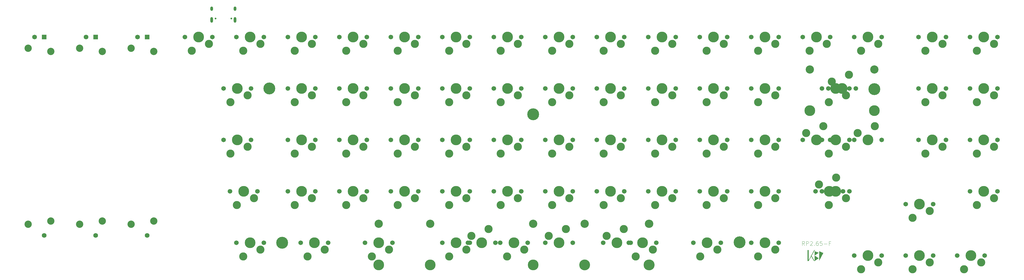
<source format=gts>
G04 #@! TF.GenerationSoftware,KiCad,Pcbnew,6.0.2*
G04 #@! TF.CreationDate,2022-03-08T20:49:10-05:00*
G04 #@! TF.ProjectId,TbKB,54624b42-2e6b-4696-9361-645f70636258,0.0*
G04 #@! TF.SameCoordinates,Original*
G04 #@! TF.FileFunction,Soldermask,Top*
G04 #@! TF.FilePolarity,Negative*
%FSLAX46Y46*%
G04 Gerber Fmt 4.6, Leading zero omitted, Abs format (unit mm)*
G04 Created by KiCad (PCBNEW 6.0.2) date 2022-03-08 20:49:10*
%MOMM*%
%LPD*%
G01*
G04 APERTURE LIST*
%ADD10C,0.110000*%
%ADD11O,1.000000X1.600000*%
%ADD12O,1.000000X2.100000*%
%ADD13C,0.650000*%
%ADD14C,3.987800*%
%ADD15C,3.000000*%
%ADD16C,1.701800*%
%ADD17R,1.750000X1.750000*%
%ADD18C,1.750000*%
%ADD19C,2.700000*%
%ADD20C,3.048000*%
%ADD21C,3.050000*%
%ADD22C,4.000000*%
%ADD23C,0.700000*%
%ADD24C,4.400000*%
G04 APERTURE END LIST*
D10*
X319492857Y-111228571D02*
X318992857Y-110514285D01*
X318635714Y-111228571D02*
X318635714Y-109728571D01*
X319207142Y-109728571D01*
X319350000Y-109800000D01*
X319421428Y-109871428D01*
X319492857Y-110014285D01*
X319492857Y-110228571D01*
X319421428Y-110371428D01*
X319350000Y-110442857D01*
X319207142Y-110514285D01*
X318635714Y-110514285D01*
X320135714Y-111228571D02*
X320135714Y-109728571D01*
X320707142Y-109728571D01*
X320850000Y-109800000D01*
X320921428Y-109871428D01*
X320992857Y-110014285D01*
X320992857Y-110228571D01*
X320921428Y-110371428D01*
X320850000Y-110442857D01*
X320707142Y-110514285D01*
X320135714Y-110514285D01*
X321564285Y-109871428D02*
X321635714Y-109800000D01*
X321778571Y-109728571D01*
X322135714Y-109728571D01*
X322278571Y-109800000D01*
X322350000Y-109871428D01*
X322421428Y-110014285D01*
X322421428Y-110157142D01*
X322350000Y-110371428D01*
X321492857Y-111228571D01*
X322421428Y-111228571D01*
X323064285Y-111085714D02*
X323135714Y-111157142D01*
X323064285Y-111228571D01*
X322992857Y-111157142D01*
X323064285Y-111085714D01*
X323064285Y-111228571D01*
X324421428Y-109728571D02*
X324135714Y-109728571D01*
X323992857Y-109800000D01*
X323921428Y-109871428D01*
X323778571Y-110085714D01*
X323707142Y-110371428D01*
X323707142Y-110942857D01*
X323778571Y-111085714D01*
X323850000Y-111157142D01*
X323992857Y-111228571D01*
X324278571Y-111228571D01*
X324421428Y-111157142D01*
X324492857Y-111085714D01*
X324564285Y-110942857D01*
X324564285Y-110585714D01*
X324492857Y-110442857D01*
X324421428Y-110371428D01*
X324278571Y-110300000D01*
X323992857Y-110300000D01*
X323850000Y-110371428D01*
X323778571Y-110442857D01*
X323707142Y-110585714D01*
X325921428Y-109728571D02*
X325207142Y-109728571D01*
X325135714Y-110442857D01*
X325207142Y-110371428D01*
X325350000Y-110300000D01*
X325707142Y-110300000D01*
X325850000Y-110371428D01*
X325921428Y-110442857D01*
X325992857Y-110585714D01*
X325992857Y-110942857D01*
X325921428Y-111085714D01*
X325850000Y-111157142D01*
X325707142Y-111228571D01*
X325350000Y-111228571D01*
X325207142Y-111157142D01*
X325135714Y-111085714D01*
X326635714Y-110657142D02*
X327778571Y-110657142D01*
X328992857Y-110442857D02*
X328492857Y-110442857D01*
X328492857Y-111228571D02*
X328492857Y-109728571D01*
X329207142Y-109728571D01*
G04 #@! TO.C, *
G36*
X321010000Y-117000000D02*
G01*
X320810000Y-117000000D01*
X323020000Y-113000000D01*
X323280000Y-113000000D01*
X321010000Y-117000000D01*
G37*
G36*
X326440000Y-114090000D02*
G01*
X324875000Y-116910000D01*
X324875000Y-113400000D01*
X326440000Y-114090000D01*
G37*
G36*
X323225000Y-117000000D02*
G01*
X322975000Y-117000000D01*
X321725000Y-115000000D01*
X321975000Y-115000000D01*
X323225000Y-117000000D01*
G37*
G36*
X320975000Y-117000000D02*
G01*
X320570000Y-117000000D01*
X320570000Y-113000000D01*
X320975000Y-113000000D01*
X320975000Y-117000000D01*
G37*
G36*
X324725000Y-114000000D02*
G01*
X323225000Y-115000000D01*
X324725000Y-116000000D01*
X323225000Y-117000000D01*
X323225000Y-113400000D01*
X324725000Y-114000000D01*
G37*
G04 #@! TD*
D11*
G04 #@! TO.C,X1*
X108770000Y-23550000D03*
D12*
X108770000Y-27730000D03*
X100130000Y-27730000D03*
D11*
X100130000Y-23550000D03*
D13*
X101560000Y-27200000D03*
X107340000Y-27200000D03*
G04 #@! TD*
D14*
G04 #@! TO.C,K_47*
X111918750Y-91187500D03*
D15*
X115728750Y-93727500D03*
X109378750Y-96267500D03*
D16*
X116998750Y-91187500D03*
X106838750Y-91187500D03*
G04 #@! TD*
D15*
G04 #@! TO.C,K_57*
X302260000Y-96267500D03*
D16*
X309880000Y-91187500D03*
D15*
X308610000Y-93727500D03*
D14*
X304800000Y-91187500D03*
D16*
X299720000Y-91187500D03*
G04 #@! TD*
D15*
G04 #@! TO.C,K_4*
X168910000Y-39117500D03*
D14*
X171450000Y-34037500D03*
D16*
X166370000Y-34037500D03*
X176530000Y-34037500D03*
D15*
X175260000Y-36577500D03*
G04 #@! TD*
D16*
G04 #@! TO.C,K_12*
X318770000Y-34037500D03*
D15*
X327660000Y-36577500D03*
D16*
X328930000Y-34037500D03*
D15*
X321310000Y-39117500D03*
D14*
X323850000Y-34037500D03*
G04 #@! TD*
D16*
G04 #@! TO.C,K_39*
X271780000Y-72137500D03*
D15*
X264160000Y-77217500D03*
D14*
X266700000Y-72137500D03*
D15*
X270510000Y-74677500D03*
D16*
X261620000Y-72137500D03*
G04 #@! TD*
D15*
G04 #@! TO.C,K_55*
X270510000Y-93727500D03*
D16*
X261620000Y-91187500D03*
D15*
X264160000Y-96267500D03*
D16*
X271780000Y-91187500D03*
D14*
X266700000Y-91187500D03*
G04 #@! TD*
D16*
G04 #@! TO.C,K_5*
X195580000Y-34037500D03*
X185420000Y-34037500D03*
D15*
X187960000Y-39117500D03*
X194310000Y-36577500D03*
D14*
X190500000Y-34037500D03*
G04 #@! TD*
D16*
G04 #@! TO.C,K_16*
X104457500Y-53087500D03*
D15*
X106997500Y-58167500D03*
D14*
X109537500Y-53087500D03*
D15*
X113347500Y-55627500D03*
D16*
X114617500Y-53087500D03*
G04 #@! TD*
D15*
G04 #@! TO.C,K_26*
X302260000Y-58167500D03*
D16*
X299720000Y-53087500D03*
X309880000Y-53087500D03*
D14*
X304800000Y-53087500D03*
D15*
X308610000Y-55627500D03*
G04 #@! TD*
G04 #@! TO.C,K_63*
X141922500Y-112777500D03*
D16*
X133032500Y-110237500D03*
X143192500Y-110237500D03*
D14*
X138112500Y-110237500D03*
D15*
X135572500Y-115317500D03*
G04 #@! TD*
D16*
G04 #@! TO.C,K_66*
X244951250Y-110237500D03*
D14*
X250031250Y-110237500D03*
D15*
X246221250Y-107697500D03*
X252571250Y-105157500D03*
D16*
X255111250Y-110237500D03*
G04 #@! TD*
G04 #@! TO.C,K_28*
X338455000Y-53087500D03*
D15*
X335915000Y-48007500D03*
X329565000Y-50547500D03*
D16*
X328295000Y-53087500D03*
D14*
X333375000Y-53087500D03*
G04 #@! TD*
D16*
G04 #@! TO.C,K_8*
X242570000Y-34037500D03*
X252730000Y-34037500D03*
D15*
X251460000Y-36577500D03*
D14*
X247650000Y-34037500D03*
D15*
X245110000Y-39117500D03*
G04 #@! TD*
D16*
G04 #@! TO.C,K_64*
X167005000Y-110237500D03*
X156845000Y-110237500D03*
D14*
X161925000Y-110237500D03*
D15*
X159385000Y-115317500D03*
X165735000Y-112777500D03*
G04 #@! TD*
D16*
G04 #@! TO.C,K_59*
X325913750Y-91187500D03*
D15*
X334803750Y-93727500D03*
X328453750Y-96267500D03*
D14*
X330993750Y-91187500D03*
D16*
X336073750Y-91187500D03*
G04 #@! TD*
D14*
G04 #@! TO.C,K_65*
X228600000Y-110237500D03*
D16*
X233680000Y-110237500D03*
X223520000Y-110237500D03*
D15*
X231140000Y-105157500D03*
X224790000Y-107697500D03*
G04 #@! TD*
D14*
G04 #@! TO.C,K_10*
X285750000Y-34037500D03*
D15*
X283210000Y-39117500D03*
X289560000Y-36577500D03*
D16*
X280670000Y-34037500D03*
X290830000Y-34037500D03*
G04 #@! TD*
G04 #@! TO.C,K_20*
X185420000Y-53087500D03*
D15*
X187960000Y-58167500D03*
D14*
X190500000Y-53087500D03*
D15*
X194310000Y-55627500D03*
D16*
X195580000Y-53087500D03*
G04 #@! TD*
D15*
G04 #@! TO.C,K_38*
X245110000Y-77217500D03*
D14*
X247650000Y-72137500D03*
D15*
X251460000Y-74677500D03*
D16*
X252730000Y-72137500D03*
X242570000Y-72137500D03*
G04 #@! TD*
D15*
G04 #@! TO.C,K_24*
X270510000Y-55627500D03*
D14*
X266700000Y-53087500D03*
D16*
X261620000Y-53087500D03*
D15*
X264160000Y-58167500D03*
D16*
X271780000Y-53087500D03*
G04 #@! TD*
D15*
G04 #@! TO.C,K_69*
X308610000Y-112777500D03*
D14*
X304800000Y-110237500D03*
D16*
X299720000Y-110237500D03*
D15*
X302260000Y-115317500D03*
D16*
X309880000Y-110237500D03*
G04 #@! TD*
G04 #@! TO.C,K_27*
X325913750Y-53087500D03*
D14*
X330993750Y-53087500D03*
D15*
X334803750Y-55627500D03*
D16*
X336073750Y-53087500D03*
D15*
X328453750Y-58167500D03*
G04 #@! TD*
D14*
G04 #@! TO.C,K_1*
X114300000Y-34037500D03*
D16*
X119380000Y-34037500D03*
X109220000Y-34037500D03*
D15*
X111760000Y-39117500D03*
X118110000Y-36577500D03*
G04 #@! TD*
G04 #@! TO.C,K_53*
X232410000Y-93727500D03*
D16*
X233680000Y-91187500D03*
X223520000Y-91187500D03*
D14*
X228600000Y-91187500D03*
D15*
X226060000Y-96267500D03*
G04 #@! TD*
D17*
G04 #@! TO.C,RV1*
X76200000Y-34037500D03*
D18*
X72700000Y-34037500D03*
X76200000Y-107537500D03*
D19*
X70250000Y-103387500D03*
X78650000Y-102187500D03*
X70250000Y-38187500D03*
X78650000Y-39387500D03*
G04 #@! TD*
D15*
G04 #@! TO.C,K_space1*
X209391250Y-115317500D03*
D16*
X206851250Y-110237500D03*
D15*
X215741250Y-112777500D03*
D16*
X217011250Y-110237500D03*
D14*
X211931250Y-110237500D03*
G04 #@! TD*
D16*
G04 #@! TO.C,K_51*
X195580000Y-91187500D03*
D15*
X194310000Y-93727500D03*
D14*
X190500000Y-91187500D03*
D15*
X187960000Y-96267500D03*
D16*
X185420000Y-91187500D03*
G04 #@! TD*
G04 #@! TO.C,K_49*
X157480000Y-91187500D03*
X147320000Y-91187500D03*
D14*
X152400000Y-91187500D03*
D15*
X156210000Y-93727500D03*
X149860000Y-96267500D03*
G04 #@! TD*
D14*
G04 #@! TO.C,K_19*
X171450000Y-53087500D03*
D15*
X168910000Y-58167500D03*
D16*
X166370000Y-53087500D03*
D15*
X175260000Y-55627500D03*
D16*
X176530000Y-53087500D03*
G04 #@! TD*
D20*
G04 #@! TO.C,2U_STAB*
X321437000Y-46102500D03*
D14*
X345313000Y-61312500D03*
X321437000Y-61312500D03*
D20*
X345313000Y-46102500D03*
G04 #@! TD*
D16*
G04 #@! TO.C,K_43*
X336073750Y-72137500D03*
D14*
X330993750Y-72137500D03*
D15*
X328453750Y-77217500D03*
D16*
X325913750Y-72137500D03*
D15*
X334803750Y-74677500D03*
G04 #@! TD*
D21*
G04 #@! TO.C,U41*
X238093250Y-103237500D03*
D22*
X261969250Y-118477500D03*
X238093250Y-118477500D03*
D21*
X261969250Y-103237500D03*
G04 #@! TD*
D14*
G04 #@! TO.C,K_17*
X133350000Y-53087500D03*
D16*
X138430000Y-53087500D03*
D15*
X137160000Y-55627500D03*
X130810000Y-58167500D03*
D16*
X128270000Y-53087500D03*
G04 #@! TD*
G04 #@! TO.C,K_0*
X90170000Y-34037500D03*
X100330000Y-34037500D03*
D15*
X99060000Y-36577500D03*
X92710000Y-39117500D03*
D14*
X95250000Y-34037500D03*
G04 #@! TD*
D15*
G04 #@! TO.C,K_52*
X207010000Y-96267500D03*
D16*
X214630000Y-91187500D03*
D14*
X209550000Y-91187500D03*
D15*
X213360000Y-93727500D03*
D16*
X204470000Y-91187500D03*
G04 #@! TD*
G04 #@! TO.C,K_33*
X157480000Y-72137500D03*
D15*
X149860000Y-77217500D03*
D16*
X147320000Y-72137500D03*
D14*
X152400000Y-72137500D03*
D15*
X156210000Y-74677500D03*
G04 #@! TD*
G04 #@! TO.C,K_space1*
X194310000Y-112777500D03*
D16*
X185420000Y-110237500D03*
D15*
X187960000Y-115317500D03*
D14*
X190500000Y-110237500D03*
D16*
X195580000Y-110237500D03*
G04 #@! TD*
D17*
G04 #@! TO.C,RV2*
X57150000Y-34037500D03*
D18*
X53650000Y-34037500D03*
X57150000Y-107537500D03*
D19*
X59600000Y-102187500D03*
X51200000Y-38187500D03*
X51200000Y-103387500D03*
X59600000Y-39387500D03*
G04 #@! TD*
D16*
G04 #@! TO.C,K_45*
X371792500Y-72137500D03*
D14*
X366712500Y-72137500D03*
D15*
X364172500Y-77217500D03*
X370522500Y-74677500D03*
D16*
X361632500Y-72137500D03*
G04 #@! TD*
G04 #@! TO.C,K_62*
X109220000Y-110237500D03*
D15*
X118110000Y-112777500D03*
X111760000Y-115317500D03*
D16*
X119380000Y-110237500D03*
D14*
X114300000Y-110237500D03*
G04 #@! TD*
G04 #@! TO.C,K_21*
X209550000Y-53087500D03*
D15*
X213360000Y-55627500D03*
D16*
X214630000Y-53087500D03*
X204470000Y-53087500D03*
D15*
X207010000Y-58167500D03*
G04 #@! TD*
D16*
G04 #@! TO.C,K_7*
X233680000Y-34037500D03*
D14*
X228600000Y-34037500D03*
D16*
X223520000Y-34037500D03*
D15*
X232410000Y-36577500D03*
X226060000Y-39117500D03*
G04 #@! TD*
D14*
G04 #@! TO.C,K_22*
X228600000Y-53087500D03*
D15*
X232410000Y-55627500D03*
D16*
X223520000Y-53087500D03*
D15*
X226060000Y-58167500D03*
D16*
X233680000Y-53087500D03*
G04 #@! TD*
D15*
G04 #@! TO.C,K_3*
X156210000Y-36577500D03*
D16*
X147320000Y-34037500D03*
X157480000Y-34037500D03*
D14*
X152400000Y-34037500D03*
D15*
X149860000Y-39117500D03*
G04 #@! TD*
D16*
G04 #@! TO.C,K_48*
X128270000Y-91187500D03*
D15*
X130810000Y-96267500D03*
D16*
X138430000Y-91187500D03*
D15*
X137160000Y-93727500D03*
D14*
X133350000Y-91187500D03*
G04 #@! TD*
G04 #@! TO.C,K_34*
X171450000Y-72137500D03*
D16*
X166370000Y-72137500D03*
D15*
X175260000Y-74677500D03*
D16*
X176530000Y-72137500D03*
D15*
X168910000Y-77217500D03*
G04 #@! TD*
D14*
G04 #@! TO.C,K_11*
X304800000Y-34037500D03*
D16*
X299720000Y-34037500D03*
D15*
X302260000Y-39117500D03*
D16*
X309880000Y-34037500D03*
D15*
X308610000Y-36577500D03*
G04 #@! TD*
D16*
G04 #@! TO.C,K_54*
X242570000Y-91187500D03*
D14*
X247650000Y-91187500D03*
D15*
X251460000Y-93727500D03*
X245110000Y-96267500D03*
D16*
X252730000Y-91187500D03*
G04 #@! TD*
D15*
G04 #@! TO.C,K_71*
X359410000Y-120080000D03*
X365760000Y-117540000D03*
D14*
X361950000Y-115000000D03*
D16*
X356870000Y-115000000D03*
X367030000Y-115000000D03*
G04 #@! TD*
G04 #@! TO.C,K_31*
X104457500Y-72137500D03*
D15*
X113347500Y-74677500D03*
D16*
X114617500Y-72137500D03*
D14*
X109537500Y-72137500D03*
D15*
X106997500Y-77217500D03*
G04 #@! TD*
G04 #@! TO.C,K_58*
X324802500Y-88647500D03*
D14*
X328612500Y-91187500D03*
D15*
X331152500Y-86107500D03*
D16*
X323532500Y-91187500D03*
X333692500Y-91187500D03*
G04 #@! TD*
D14*
G04 #@! TO.C,K_35*
X190500000Y-72137500D03*
D16*
X185420000Y-72137500D03*
D15*
X194310000Y-74677500D03*
D16*
X195580000Y-72137500D03*
D15*
X187960000Y-77217500D03*
G04 #@! TD*
G04 #@! TO.C,K_15*
X383222500Y-39117500D03*
X389572500Y-36577500D03*
D14*
X385762500Y-34037500D03*
D16*
X390842500Y-34037500D03*
X380682500Y-34037500D03*
G04 #@! TD*
D15*
G04 #@! TO.C,K_18*
X156210000Y-55627500D03*
D14*
X152400000Y-53087500D03*
D16*
X147320000Y-53087500D03*
D15*
X149860000Y-58167500D03*
D16*
X157480000Y-53087500D03*
G04 #@! TD*
G04 #@! TO.C,K_61*
X367030000Y-95950000D03*
D15*
X359410000Y-101030000D03*
D16*
X356870000Y-95950000D03*
D15*
X365760000Y-98490000D03*
D14*
X361950000Y-95950000D03*
G04 #@! TD*
D16*
G04 #@! TO.C,K_60*
X380682500Y-91187500D03*
D14*
X385762500Y-91187500D03*
D15*
X383222500Y-96267500D03*
D16*
X390842500Y-91187500D03*
D15*
X389572500Y-93727500D03*
G04 #@! TD*
G04 #@! TO.C,K_70*
X346710000Y-117540000D03*
X340360000Y-120080000D03*
D16*
X337820000Y-115000000D03*
D14*
X342900000Y-115000000D03*
D16*
X347980000Y-115000000D03*
G04 #@! TD*
D17*
G04 #@! TO.C,RV3*
X38100000Y-34037500D03*
D18*
X34600000Y-34037500D03*
X38100000Y-107537500D03*
D19*
X40550000Y-102187500D03*
X32150000Y-38187500D03*
X32150000Y-103387500D03*
X40550000Y-39387500D03*
G04 #@! TD*
D14*
G04 #@! TO.C,K_14*
X366712500Y-34037500D03*
D16*
X371792500Y-34037500D03*
D15*
X370522500Y-36577500D03*
D16*
X361632500Y-34037500D03*
D15*
X364172500Y-39117500D03*
G04 #@! TD*
D16*
G04 #@! TO.C,K_36*
X214630000Y-72137500D03*
D14*
X209550000Y-72137500D03*
D15*
X213360000Y-74677500D03*
X207010000Y-77217500D03*
D16*
X204470000Y-72137500D03*
G04 #@! TD*
D15*
G04 #@! TO.C,K_50*
X168910000Y-96267500D03*
D14*
X171450000Y-91187500D03*
D15*
X175260000Y-93727500D03*
D16*
X176530000Y-91187500D03*
X166370000Y-91187500D03*
G04 #@! TD*
G04 #@! TO.C,K_46*
X390842500Y-72137500D03*
D15*
X389572500Y-74677500D03*
D16*
X380682500Y-72137500D03*
D15*
X383222500Y-77217500D03*
D14*
X385762500Y-72137500D03*
G04 #@! TD*
D16*
G04 #@! TO.C,K_30*
X390842500Y-53087500D03*
D15*
X383222500Y-58167500D03*
D14*
X385762500Y-53087500D03*
D15*
X389572500Y-55627500D03*
D16*
X380682500Y-53087500D03*
G04 #@! TD*
G04 #@! TO.C,K_42*
X318770000Y-72137500D03*
D15*
X320040000Y-69597500D03*
D16*
X328930000Y-72137500D03*
D14*
X323850000Y-72137500D03*
D15*
X326390000Y-67057500D03*
G04 #@! TD*
D16*
G04 #@! TO.C,K_9*
X271780000Y-34037500D03*
D14*
X266700000Y-34037500D03*
D15*
X264160000Y-39117500D03*
X270510000Y-36577500D03*
D16*
X261620000Y-34037500D03*
G04 #@! TD*
D15*
G04 #@! TO.C,K_2*
X137160000Y-36577500D03*
D16*
X128270000Y-34037500D03*
D15*
X130810000Y-39117500D03*
D14*
X133350000Y-34037500D03*
D16*
X138430000Y-34037500D03*
G04 #@! TD*
D15*
G04 #@! TO.C,K_40*
X283210000Y-77217500D03*
D16*
X290830000Y-72137500D03*
X280670000Y-72137500D03*
D15*
X289560000Y-74677500D03*
D14*
X285750000Y-72137500D03*
G04 #@! TD*
D15*
G04 #@! TO.C,K_41*
X302260000Y-77217500D03*
D16*
X299720000Y-72137500D03*
D14*
X304800000Y-72137500D03*
D15*
X308610000Y-74677500D03*
D16*
X309880000Y-72137500D03*
G04 #@! TD*
G04 #@! TO.C,K_6*
X204470000Y-34037500D03*
D15*
X213360000Y-36577500D03*
D14*
X209550000Y-34037500D03*
D16*
X214630000Y-34037500D03*
D15*
X207010000Y-39117500D03*
G04 #@! TD*
D16*
G04 #@! TO.C,K_56*
X290830000Y-91187500D03*
D15*
X283210000Y-96267500D03*
X289560000Y-93727500D03*
D16*
X280670000Y-91187500D03*
D14*
X285750000Y-91187500D03*
G04 #@! TD*
D16*
G04 #@! TO.C,K_13*
X337820000Y-34037500D03*
D15*
X346710000Y-36577500D03*
X340360000Y-39117500D03*
D16*
X347980000Y-34037500D03*
D14*
X342900000Y-34037500D03*
G04 #@! TD*
D15*
G04 #@! TO.C,K_72*
X378460000Y-120080000D03*
D14*
X381000000Y-115000000D03*
D16*
X375920000Y-115000000D03*
D15*
X384810000Y-117540000D03*
D16*
X386080000Y-115000000D03*
G04 #@! TD*
D15*
G04 #@! TO.C,K_space1*
X196215000Y-107697500D03*
D14*
X200025000Y-110237500D03*
D16*
X205105000Y-110237500D03*
X194945000Y-110237500D03*
D15*
X202565000Y-105157500D03*
G04 #@! TD*
G04 #@! TO.C,K_32*
X130810000Y-77217500D03*
X137160000Y-74677500D03*
D16*
X128270000Y-72137500D03*
D14*
X133350000Y-72137500D03*
D16*
X138430000Y-72137500D03*
G04 #@! TD*
D14*
G04 #@! TO.C,6.25U SPACE STAB*
X161931250Y-118462500D03*
X261931250Y-118462500D03*
D20*
X161931250Y-103252500D03*
X261931250Y-103252500D03*
G04 #@! TD*
D16*
G04 #@! TO.C,K_44*
X337820000Y-72137500D03*
D14*
X342900000Y-72137500D03*
D15*
X345440000Y-67057500D03*
D16*
X347980000Y-72137500D03*
D15*
X339090000Y-69597500D03*
G04 #@! TD*
D16*
G04 #@! TO.C,K_29*
X361632500Y-53087500D03*
D14*
X366712500Y-53087500D03*
D16*
X371792500Y-53087500D03*
D15*
X364172500Y-58167500D03*
X370522500Y-55627500D03*
G04 #@! TD*
G04 #@! TO.C,K_37*
X226060000Y-77217500D03*
D16*
X233680000Y-72137500D03*
X223520000Y-72137500D03*
D14*
X228600000Y-72137500D03*
D15*
X232410000Y-74677500D03*
G04 #@! TD*
D16*
G04 #@! TO.C,K_25*
X280670000Y-53087500D03*
X290830000Y-53087500D03*
D15*
X289560000Y-55627500D03*
X283210000Y-58167500D03*
D14*
X285750000Y-53087500D03*
G04 #@! TD*
G04 #@! TO.C,K_23*
X247650000Y-53087500D03*
D16*
X252730000Y-53087500D03*
D15*
X251460000Y-55627500D03*
D16*
X242570000Y-53087500D03*
D15*
X245110000Y-58167500D03*
G04 #@! TD*
D14*
G04 #@! TO.C,K_68*
X283368750Y-110237500D03*
D16*
X288448750Y-110237500D03*
X278288750Y-110237500D03*
D15*
X280828750Y-115317500D03*
X287178750Y-112777500D03*
G04 #@! TD*
D14*
G04 #@! TO.C,3U SPACE STAB*
X180975000Y-118462500D03*
X219075000Y-118462500D03*
D20*
X180975000Y-103252500D03*
X219075000Y-103252500D03*
G04 #@! TD*
D16*
G04 #@! TO.C,K_67*
X264636250Y-110237500D03*
D15*
X263366250Y-112777500D03*
X257016250Y-115317500D03*
D14*
X259556250Y-110237500D03*
D16*
X254476250Y-110237500D03*
G04 #@! TD*
D23*
G04 #@! TO.C,H3*
X345313000Y-54962500D03*
D24*
X345313000Y-53312500D03*
D23*
X346963000Y-53312500D03*
X343663000Y-53312500D03*
X346479726Y-54479226D03*
X345313000Y-51662500D03*
X344146274Y-52145774D03*
X346479726Y-52145774D03*
X344146274Y-54479226D03*
G04 #@! TD*
G04 #@! TO.C,H4*
X296566726Y-111266726D03*
X294233274Y-111266726D03*
X293750000Y-110100000D03*
X296566726Y-108933274D03*
D24*
X295400000Y-110100000D03*
D23*
X295400000Y-111750000D03*
X294233274Y-108933274D03*
X297050000Y-110100000D03*
X295400000Y-108450000D03*
G04 #@! TD*
G04 #@! TO.C,H5*
X220690000Y-62710000D03*
X219040000Y-61060000D03*
X217873274Y-63876726D03*
X217390000Y-62710000D03*
D24*
X219040000Y-62710000D03*
D23*
X220206726Y-63876726D03*
X220206726Y-61543274D03*
X217873274Y-61543274D03*
X219040000Y-64360000D03*
G04 #@! TD*
G04 #@! TO.C,H2*
X127372726Y-109070774D03*
X126206000Y-108587500D03*
X126206000Y-111887500D03*
X125039274Y-109070774D03*
D24*
X126206000Y-110237500D03*
D23*
X127372726Y-111404226D03*
X124556000Y-110237500D03*
X127856000Y-110237500D03*
X125039274Y-111404226D03*
G04 #@! TD*
G04 #@! TO.C,H1*
X120276774Y-51920774D03*
X122610226Y-54254226D03*
X119793500Y-53087500D03*
X120276774Y-54254226D03*
X121443500Y-54737500D03*
X122610226Y-51920774D03*
X121443500Y-51437500D03*
X123093500Y-53087500D03*
D24*
X121443500Y-53087500D03*
G04 #@! TD*
M02*

</source>
